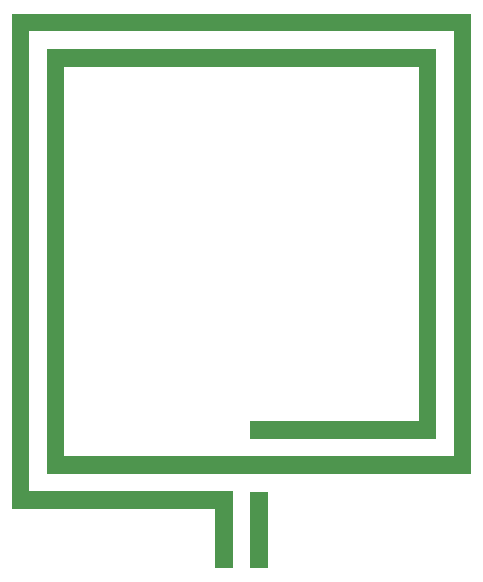
<source format=gbr>
G04 ===== Begin FILE IDENTIFICATION =====*
G04 File Format:  Gerber RS274X*
G04 ===== End FILE IDENTIFICATION =====*
%FSLAX24Y24*%
%MOIN*%
%SFA1.0000B1.0000*%
%OFA0.0B0.0*%
%ADD14C,0.000394*%
%ADD15R,0.058661X0.255512*%
%LNcond*%
%IPPOS*%
%LPD*%
G75*
D14*
X8256Y276D03*
Y2638D03*
G36*
G01X0Y0D02*
G01X6787D01*
G01Y-1969D01*
G01X7374D01*
G01Y587D01*
G01X587D01*
G01Y15917D01*
G01X14744D01*
G01Y1760D01*
G01X1760D01*
G01Y14744D01*
G01X13571D01*
G01Y2933D01*
G01X7961D01*
G01Y2346D01*
G01X14157D01*
G01Y15331D01*
G01X1173D01*
G01Y1173D01*
G01X15331D01*
G01Y16504D01*
G01X0D01*
G01Y0D01*
G37*
D15*
X8254Y-691D03*
M02*


</source>
